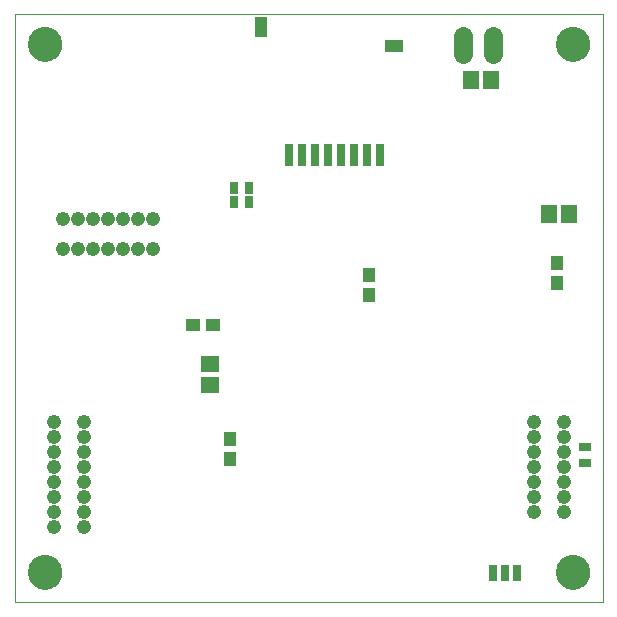
<source format=gbs>
G75*
G70*
%OFA0B0*%
%FSLAX24Y24*%
%IPPOS*%
%LPD*%
%AMOC8*
5,1,8,0,0,1.08239X$1,22.5*
%
%ADD10C,0.0000*%
%ADD11C,0.1142*%
%ADD12R,0.0434X0.0473*%
%ADD13R,0.0552X0.0631*%
%ADD14R,0.0276X0.0749*%
%ADD15R,0.0434X0.0650*%
%ADD16R,0.0611X0.0434*%
%ADD17R,0.0316X0.0394*%
%ADD18R,0.0631X0.0552*%
%ADD19R,0.0473X0.0434*%
%ADD20C,0.0640*%
%ADD21C,0.0476*%
%ADD22R,0.0394X0.0316*%
%ADD23R,0.0290X0.0540*%
D10*
X000160Y000288D02*
X000160Y019888D01*
X019760Y019888D01*
X019760Y000288D01*
X000160Y000288D01*
X000609Y001288D02*
X000611Y001335D01*
X000617Y001381D01*
X000627Y001427D01*
X000640Y001472D01*
X000658Y001515D01*
X000679Y001557D01*
X000703Y001597D01*
X000731Y001634D01*
X000762Y001669D01*
X000796Y001702D01*
X000832Y001731D01*
X000871Y001757D01*
X000912Y001780D01*
X000955Y001799D01*
X000999Y001815D01*
X001044Y001827D01*
X001090Y001835D01*
X001137Y001839D01*
X001183Y001839D01*
X001230Y001835D01*
X001276Y001827D01*
X001321Y001815D01*
X001365Y001799D01*
X001408Y001780D01*
X001449Y001757D01*
X001488Y001731D01*
X001524Y001702D01*
X001558Y001669D01*
X001589Y001634D01*
X001617Y001597D01*
X001641Y001557D01*
X001662Y001515D01*
X001680Y001472D01*
X001693Y001427D01*
X001703Y001381D01*
X001709Y001335D01*
X001711Y001288D01*
X001709Y001241D01*
X001703Y001195D01*
X001693Y001149D01*
X001680Y001104D01*
X001662Y001061D01*
X001641Y001019D01*
X001617Y000979D01*
X001589Y000942D01*
X001558Y000907D01*
X001524Y000874D01*
X001488Y000845D01*
X001449Y000819D01*
X001408Y000796D01*
X001365Y000777D01*
X001321Y000761D01*
X001276Y000749D01*
X001230Y000741D01*
X001183Y000737D01*
X001137Y000737D01*
X001090Y000741D01*
X001044Y000749D01*
X000999Y000761D01*
X000955Y000777D01*
X000912Y000796D01*
X000871Y000819D01*
X000832Y000845D01*
X000796Y000874D01*
X000762Y000907D01*
X000731Y000942D01*
X000703Y000979D01*
X000679Y001019D01*
X000658Y001061D01*
X000640Y001104D01*
X000627Y001149D01*
X000617Y001195D01*
X000611Y001241D01*
X000609Y001288D01*
X000609Y018888D02*
X000611Y018935D01*
X000617Y018981D01*
X000627Y019027D01*
X000640Y019072D01*
X000658Y019115D01*
X000679Y019157D01*
X000703Y019197D01*
X000731Y019234D01*
X000762Y019269D01*
X000796Y019302D01*
X000832Y019331D01*
X000871Y019357D01*
X000912Y019380D01*
X000955Y019399D01*
X000999Y019415D01*
X001044Y019427D01*
X001090Y019435D01*
X001137Y019439D01*
X001183Y019439D01*
X001230Y019435D01*
X001276Y019427D01*
X001321Y019415D01*
X001365Y019399D01*
X001408Y019380D01*
X001449Y019357D01*
X001488Y019331D01*
X001524Y019302D01*
X001558Y019269D01*
X001589Y019234D01*
X001617Y019197D01*
X001641Y019157D01*
X001662Y019115D01*
X001680Y019072D01*
X001693Y019027D01*
X001703Y018981D01*
X001709Y018935D01*
X001711Y018888D01*
X001709Y018841D01*
X001703Y018795D01*
X001693Y018749D01*
X001680Y018704D01*
X001662Y018661D01*
X001641Y018619D01*
X001617Y018579D01*
X001589Y018542D01*
X001558Y018507D01*
X001524Y018474D01*
X001488Y018445D01*
X001449Y018419D01*
X001408Y018396D01*
X001365Y018377D01*
X001321Y018361D01*
X001276Y018349D01*
X001230Y018341D01*
X001183Y018337D01*
X001137Y018337D01*
X001090Y018341D01*
X001044Y018349D01*
X000999Y018361D01*
X000955Y018377D01*
X000912Y018396D01*
X000871Y018419D01*
X000832Y018445D01*
X000796Y018474D01*
X000762Y018507D01*
X000731Y018542D01*
X000703Y018579D01*
X000679Y018619D01*
X000658Y018661D01*
X000640Y018704D01*
X000627Y018749D01*
X000617Y018795D01*
X000611Y018841D01*
X000609Y018888D01*
X018209Y018888D02*
X018211Y018935D01*
X018217Y018981D01*
X018227Y019027D01*
X018240Y019072D01*
X018258Y019115D01*
X018279Y019157D01*
X018303Y019197D01*
X018331Y019234D01*
X018362Y019269D01*
X018396Y019302D01*
X018432Y019331D01*
X018471Y019357D01*
X018512Y019380D01*
X018555Y019399D01*
X018599Y019415D01*
X018644Y019427D01*
X018690Y019435D01*
X018737Y019439D01*
X018783Y019439D01*
X018830Y019435D01*
X018876Y019427D01*
X018921Y019415D01*
X018965Y019399D01*
X019008Y019380D01*
X019049Y019357D01*
X019088Y019331D01*
X019124Y019302D01*
X019158Y019269D01*
X019189Y019234D01*
X019217Y019197D01*
X019241Y019157D01*
X019262Y019115D01*
X019280Y019072D01*
X019293Y019027D01*
X019303Y018981D01*
X019309Y018935D01*
X019311Y018888D01*
X019309Y018841D01*
X019303Y018795D01*
X019293Y018749D01*
X019280Y018704D01*
X019262Y018661D01*
X019241Y018619D01*
X019217Y018579D01*
X019189Y018542D01*
X019158Y018507D01*
X019124Y018474D01*
X019088Y018445D01*
X019049Y018419D01*
X019008Y018396D01*
X018965Y018377D01*
X018921Y018361D01*
X018876Y018349D01*
X018830Y018341D01*
X018783Y018337D01*
X018737Y018337D01*
X018690Y018341D01*
X018644Y018349D01*
X018599Y018361D01*
X018555Y018377D01*
X018512Y018396D01*
X018471Y018419D01*
X018432Y018445D01*
X018396Y018474D01*
X018362Y018507D01*
X018331Y018542D01*
X018303Y018579D01*
X018279Y018619D01*
X018258Y018661D01*
X018240Y018704D01*
X018227Y018749D01*
X018217Y018795D01*
X018211Y018841D01*
X018209Y018888D01*
X018209Y001288D02*
X018211Y001335D01*
X018217Y001381D01*
X018227Y001427D01*
X018240Y001472D01*
X018258Y001515D01*
X018279Y001557D01*
X018303Y001597D01*
X018331Y001634D01*
X018362Y001669D01*
X018396Y001702D01*
X018432Y001731D01*
X018471Y001757D01*
X018512Y001780D01*
X018555Y001799D01*
X018599Y001815D01*
X018644Y001827D01*
X018690Y001835D01*
X018737Y001839D01*
X018783Y001839D01*
X018830Y001835D01*
X018876Y001827D01*
X018921Y001815D01*
X018965Y001799D01*
X019008Y001780D01*
X019049Y001757D01*
X019088Y001731D01*
X019124Y001702D01*
X019158Y001669D01*
X019189Y001634D01*
X019217Y001597D01*
X019241Y001557D01*
X019262Y001515D01*
X019280Y001472D01*
X019293Y001427D01*
X019303Y001381D01*
X019309Y001335D01*
X019311Y001288D01*
X019309Y001241D01*
X019303Y001195D01*
X019293Y001149D01*
X019280Y001104D01*
X019262Y001061D01*
X019241Y001019D01*
X019217Y000979D01*
X019189Y000942D01*
X019158Y000907D01*
X019124Y000874D01*
X019088Y000845D01*
X019049Y000819D01*
X019008Y000796D01*
X018965Y000777D01*
X018921Y000761D01*
X018876Y000749D01*
X018830Y000741D01*
X018783Y000737D01*
X018737Y000737D01*
X018690Y000741D01*
X018644Y000749D01*
X018599Y000761D01*
X018555Y000777D01*
X018512Y000796D01*
X018471Y000819D01*
X018432Y000845D01*
X018396Y000874D01*
X018362Y000907D01*
X018331Y000942D01*
X018303Y000979D01*
X018279Y001019D01*
X018258Y001061D01*
X018240Y001104D01*
X018227Y001149D01*
X018217Y001195D01*
X018211Y001241D01*
X018209Y001288D01*
D11*
X018760Y001288D03*
X018760Y018888D03*
X001160Y018888D03*
X001160Y001288D03*
D12*
X007348Y005078D03*
X007348Y005747D03*
X011973Y010515D03*
X011973Y011185D03*
X018223Y010922D03*
X018223Y011591D03*
D13*
X017982Y013225D03*
X018651Y013225D03*
X016026Y017694D03*
X015357Y017694D03*
D14*
X012348Y015183D03*
X011914Y015183D03*
X011481Y015183D03*
X011048Y015183D03*
X010615Y015183D03*
X010182Y015183D03*
X009749Y015183D03*
X009316Y015183D03*
D15*
X008371Y019455D03*
D16*
X012800Y018825D03*
D17*
X007978Y014100D03*
X007467Y014100D03*
X007467Y013631D03*
X007978Y013631D03*
D18*
X006660Y008216D03*
X006660Y007547D03*
D19*
X006776Y009538D03*
X006107Y009538D03*
D20*
X015098Y018581D02*
X015098Y019181D01*
X016098Y019181D02*
X016098Y018581D01*
D21*
X004754Y013069D03*
X004254Y013069D03*
X003754Y013069D03*
X003254Y013069D03*
X002754Y013069D03*
X002254Y013069D03*
X001754Y013069D03*
X001754Y012069D03*
X002254Y012069D03*
X002754Y012069D03*
X003254Y012069D03*
X003754Y012069D03*
X004254Y012069D03*
X004754Y012069D03*
X002460Y006288D03*
X002460Y005788D03*
X002460Y005288D03*
X002460Y004788D03*
X002460Y004288D03*
X002460Y003788D03*
X002460Y003288D03*
X002460Y002788D03*
X001460Y002788D03*
X001460Y003288D03*
X001460Y003788D03*
X001460Y004288D03*
X001460Y004788D03*
X001460Y005288D03*
X001460Y005788D03*
X001460Y006288D03*
X017460Y006288D03*
X017460Y005788D03*
X017460Y005288D03*
X017460Y004788D03*
X017460Y004288D03*
X017460Y003788D03*
X017460Y003288D03*
X018460Y003288D03*
X018460Y003788D03*
X018460Y004288D03*
X018460Y004788D03*
X018460Y005288D03*
X018460Y005788D03*
X018460Y006288D03*
D22*
X019160Y005450D03*
X019160Y004938D03*
D23*
X016897Y001256D03*
X016504Y001256D03*
X016110Y001256D03*
M02*

</source>
